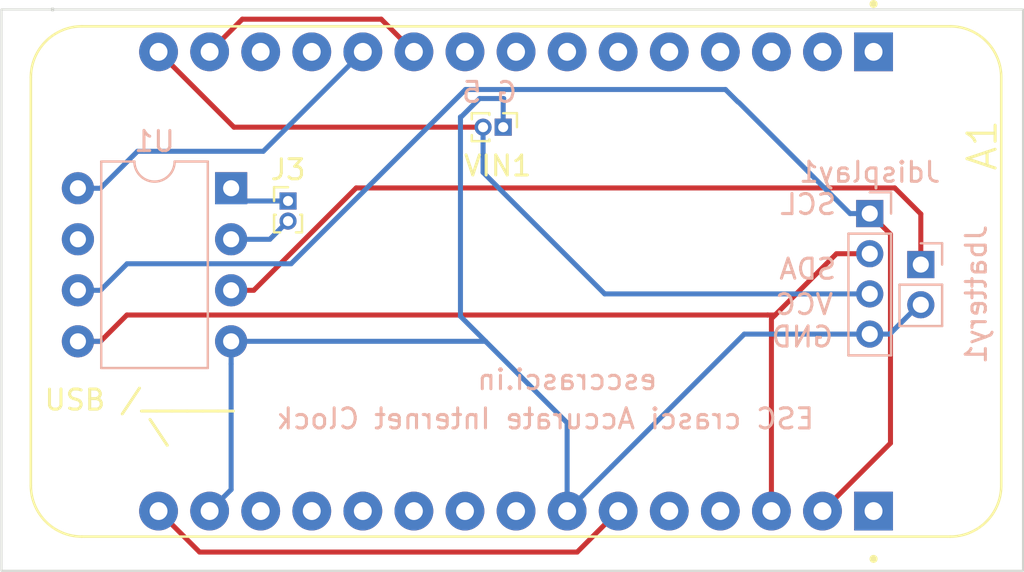
<source format=kicad_pcb>
(kicad_pcb (version 20221018) (generator pcbnew)
  (layers (0 "F.Cu" signal) (31 "B.Cu" signal) (34 "B.Paste" user) (35 "F.Paste" user) (36 "B.SilkS" user "B.Silkscreen") (37 "F.SilkS" user "F.Silkscreen") (38 "B.Mask" user) (39 "F.Mask" user) (44 "Edge.Cuts" user))
  (net 0 "")
  (net 10 "Net-(A1A-GND-PadJ1_10)")
  (net 11 "Net-(A1A-3V3)")
  (net 16 "gns")
  (net 17 "sda")
  (net 24 "scl")
  (net 27 "vout5")
  (net 28 "Net-(A1B-3V3-PadJ2_15)")
  (net 29 "Net-(Jbattery1-Pin_1)")
  (footprint "NodeMCU:SEEED_113990105" (layer "F.Cu") (at 139.89 79.58 -90)
    (fp_text reference "A1" (at -6.78 -23.185 -90) (layer "F.SilkS") (effects (font (size 1.4 1.4))))
    (fp_text value "NODE MCU " hide)
    (fp_line (start -12.7 21.59) (end -12.7 -21.59) (stroke (width 0.127)) (layer "F.SilkS"))
    (fp_line (start -10.16 -24.13) (end 10.16 -24.13) (stroke (width 0.127)) (layer "F.SilkS"))
    (fp_line (start 10.16 24.13) (end -10.16 24.13) (stroke (width 0.127)) (layer "F.SilkS"))
    (fp_line (start 12.7 -21.59) (end 12.7 21.59) (stroke (width 0.127)) (layer "F.SilkS"))
    (fp_arc (start -12.7 -21.59) (mid -11.956051 -23.386051) (end -10.16 -24.13) (stroke (width 0.127)) (layer "F.SilkS"))
    (fp_arc (start -10.16 24.13) (mid -11.956051 23.386051) (end -12.7 21.59) (stroke (width 0.127)) (layer "F.SilkS"))
    (fp_arc (start 10.16 -24.13) (mid 11.956051 -23.386051) (end 12.7 -21.59) (stroke (width 0.127)) (layer "F.SilkS"))
    (fp_arc (start 12.7 21.59) (mid 11.956051 23.386051) (end 10.16 24.13) (stroke (width 0.127)) (layer "F.SilkS"))
    (fp_circle (center -13.81 -17.78) (end -13.71 -17.78) (stroke (width 0.2)) (fill none) (layer "F.SilkS"))
    (fp_circle (center 13.81 -17.78) (end 13.91 -17.78) (stroke (width 0.2)) (fill none) (layer "F.SilkS"))
    (pad "" np_thru_hole circle (at -10.16 -21.59 270) (size 3.2 3.2) (drill 3.2) (layers "*.Cu" "*.Mask"))
    (pad "" np_thru_hole circle (at -10.16 21.59 270) (size 3.2 3.2) (drill 3.2) (layers "*.Cu" "*.Mask"))
    (pad "" np_thru_hole circle (at 10.16 -21.59 270) (size 3.2 3.2) (drill 3.2) (layers "*.Cu" "*.Mask"))
    (pad "" np_thru_hole circle (at 10.16 21.59 270) (size 3.2 3.2) (drill 3.2) (layers "*.Cu" "*.Mask"))
    (pad "J1_1" thru_hole rect (at -11.43 -17.78 270) (size 1.93 1.93) (drill 0.889) (layers "*.Cu" "*.Mask"))
    (pad "J1_2" thru_hole circle (at -11.43 -15.24 270) (size 1.93 1.93) (drill 0.889) (layers "*.Cu" "*.Mask"))
    (pad "J1_3" thru_hole circle (at -11.43 -12.7 270) (size 1.93 1.93) (drill 0.889) (layers "*.Cu" "*.Mask"))
    (pad "J1_4" thru_hole circle (at -11.43 -10.16 270) (size 1.93 1.93) (drill 0.889) (layers "*.Cu" "*.Mask"))
    (pad "J1_5" thru_hole circle (at -11.43 -7.62 270) (size 1.93 1.93) (drill 0.889) (layers "*.Cu" "*.Mask"))
    (pad "J1_6" thru_hole circle (at -11.43 -5.08 270) (size 1.93 1.93) (drill 0.889) (layers "*.Cu" "*.Mask"))
    (pad "J1_7" thru_hole circle (at -11.43 -2.54 270) (size 1.93 1.93) (drill 0.889) (layers "*.Cu" "*.Mask"))
    (pad "J1_8" thru_hole circle (at -11.43 0 270) (size 1.93 1.93) (drill 0.889) (layers "*.Cu" "*.Mask"))
    (pad "J1_9" thru_hole circle (at -11.43 2.54 270) (size 1.93 1.93) (drill 0.889) (layers "*.Cu" "*.Mask"))
    (pad "J1_10" thru_hole circle (at -11.43 5.08 270) (size 1.93 1.93) (drill 0.889) (layers "*.Cu" "*.Mask") (net 10 "Net-(A1A-GND-PadJ1_10)"))
    (pad "J1_11" thru_hole circle (at -11.43 7.62 270) (size 1.93 1.93) (drill 0.889) (layers "*.Cu" "*.Mask") (net 11 "Net-(A1A-3V3)"))
    (pad "J1_12" thru_hole circle (at -11.43 10.16 270) (size 1.93 1.93) (drill 0.889) (layers "*.Cu" "*.Mask"))
    (pad "J1_13" thru_hole circle (at -11.43 12.7 270) (size 1.93 1.93) (drill 0.889) (layers "*.Cu" "*.Mask"))
    (pad "J1_14" thru_hole circle (at -11.43 15.24 270) (size 1.93 1.93) (drill 0.889) (layers "*.Cu" "*.Mask") (net 10 "Net-(A1A-GND-PadJ1_10)"))
    (pad "J1_15" thru_hole circle (at -11.43 17.78 270) (size 1.93 1.93) (drill 0.889) (layers "*.Cu" "*.Mask") (net 27 "vout5"))
    (pad "J2_1" thru_hole rect (at 11.43 -17.78 270) (size 1.93 1.93) (drill 0.889) (layers "*.Cu" "*.Mask"))
    (pad "J2_2" thru_hole circle (at 11.43 -15.24 270) (size 1.93 1.93) (drill 0.889) (layers "*.Cu" "*.Mask") (net 24 "scl"))
    (pad "J2_3" thru_hole circle (at 11.43 -12.7 270) (size 1.93 1.93) (drill 0.889) (layers "*.Cu" "*.Mask") (net 17 "sda"))
    (pad "J2_4" thru_hole circle (at 11.43 -10.16 270) (size 1.93 1.93) (drill 0.889) (layers "*.Cu" "*.Mask"))
    (pad "J2_5" thru_hole circle (at 11.43 -7.62 270) (size 1.93 1.93) (drill 0.889) (layers "*.Cu" "*.Mask"))
    (pad "J2_6" thru_hole circle (at 11.43 -5.08 270) (size 1.93 1.93) (drill 0.889) (layers "*.Cu" "*.Mask") (net 28 "Net-(A1B-3V3-PadJ2_15)"))
    (pad "J2_7" thru_hole circle (at 11.43 -2.54 270) (size 1.93 1.93) (drill 0.889) (layers "*.Cu" "*.Mask") (net 16 "gns"))
    (pad "J2_8" thru_hole circle (at 11.43 0 270) (size 1.93 1.93) (drill 0.889) (layers "*.Cu" "*.Mask"))
    (pad "J2_9" thru_hole circle (at 11.43 2.54 270) (size 1.93 1.93) (drill 0.889) (layers "*.Cu" "*.Mask"))
    (pad "J2_10" thru_hole circle (at 11.43 5.08 270) (size 1.93 1.93) (drill 0.889) (layers "*.Cu" "*.Mask"))
    (pad "J2_11" thru_hole circle (at 11.43 7.62 270) (size 1.93 1.93) (drill 0.889) (layers "*.Cu" "*.Mask"))
    (pad "J2_12" thru_hole circle (at 11.43 10.16 270) (size 1.93 1.93) (drill 0.889) (layers "*.Cu" "*.Mask"))
    (pad "J2_13" thru_hole circle (at 11.43 12.7 270) (size 1.93 1.93) (drill 0.889) (layers "*.Cu" "*.Mask"))
    (pad "J2_14" thru_hole circle (at 11.43 15.24 270) (size 1.93 1.93) (drill 0.889) (layers "*.Cu" "*.Mask") (net 16 "gns"))
    (pad "J2_15" thru_hole circle (at 11.43 17.78 270) (size 1.93 1.93) (drill 0.889) (layers "*.Cu" "*.Mask") (net 28 "Net-(A1B-3V3-PadJ2_15)"))
  )
  (footprint "Connector_PinHeader_1.00mm:PinHeader_1x02_P1.00mm_Vertical" (layer "F.Cu") (at 139.25 71.9 -90)
    (fp_text reference "VIN1" (at 1.925 0.275) (layer "F.SilkS"))
    (fp_text value "Conn_01x02_Socket" hide)
    (fp_line (start -0.695 -0.685) (end 0 -0.685) (stroke (width 0.12)) (layer "F.SilkS"))
    (fp_line (start -0.695 0) (end -0.695 -0.685) (stroke (width 0.12)) (layer "F.SilkS"))
    (fp_line (start -0.695 0.685) (end -0.695 1.56) (stroke (width 0.12)) (layer "F.SilkS"))
    (fp_line (start -0.695 0.685) (end -0.608276 0.685) (stroke (width 0.12)) (layer "F.SilkS"))
    (fp_line (start -0.695 1.56) (end -0.394493 1.56) (stroke (width 0.12)) (layer "F.SilkS"))
    (fp_line (start 0.394493 1.56) (end 0.695 1.56) (stroke (width 0.12)) (layer "F.SilkS"))
    (fp_line (start 0.608276 0.685) (end 0.695 0.685) (stroke (width 0.12)) (layer "F.SilkS"))
    (fp_line (start 0.695 0.685) (end 0.695 1.56) (stroke (width 0.12)) (layer "F.SilkS"))
    (pad "1" thru_hole rect (at 0 0 270) (size 0.85 0.85) (drill 0.5) (layers "*.Cu" "*.Mask") (net 16 "gns"))
    (pad "2" thru_hole oval (at 0 1 270) (size 0.85 0.85) (drill 0.5) (layers "*.Cu" "*.Mask") (net 27 "vout5"))
  )
  (footprint "Connector_PinHeader_1.00mm:PinHeader_1x02_P1.00mm_Vertical" (layer "F.Cu") (at 128.55 75.575)
    (fp_text reference "J3" (at 0 -1.56) (layer "F.SilkS"))
    (fp_text value "Conn_01x02_Socket" hide)
    (fp_line (start -0.695 -0.685) (end 0 -0.685) (stroke (width 0.12)) (layer "F.SilkS"))
    (fp_line (start -0.695 0) (end -0.695 -0.685) (stroke (width 0.12)) (layer "F.SilkS"))
    (fp_line (start -0.695 0.685) (end -0.695 1.56) (stroke (width 0.12)) (layer "F.SilkS"))
    (fp_line (start -0.695 0.685) (end -0.608276 0.685) (stroke (width 0.12)) (layer "F.SilkS"))
    (fp_line (start -0.695 1.56) (end -0.394493 1.56) (stroke (width 0.12)) (layer "F.SilkS"))
    (fp_line (start 0.394493 1.56) (end 0.695 1.56) (stroke (width 0.12)) (layer "F.SilkS"))
    (fp_line (start 0.608276 0.685) (end 0.695 0.685) (stroke (width 0.12)) (layer "F.SilkS"))
    (fp_line (start 0.695 0.685) (end 0.695 1.56) (stroke (width 0.12)) (layer "F.SilkS"))
    (pad "1" thru_hole rect (at 0 0) (size 0.85 0.85) (drill 0.5) (layers "*.Cu" "*.Mask"))
    (pad "2" thru_hole oval (at 0 1) (size 0.85 0.85) (drill 0.5) (layers "*.Cu" "*.Mask"))
  )
  (footprint "Package_DIP:DIP-8_W7.62mm" (layer "B.Cu") (at 125.72 74.94 180)
    (fp_text reference "U1" (at 3.81 2.33) (layer "B.SilkS") (effects (justify mirror)))
    (fp_text value "DS1307+")
    (fp_line (start 1.16 -8.95) (end 6.46 -8.95) (stroke (width 0.12)) (layer "B.SilkS"))
    (fp_line (start 1.16 1.33) (end 1.16 -8.95) (stroke (width 0.12)) (layer "B.SilkS"))
    (fp_line (start 2.81 1.33) (end 1.16 1.33) (stroke (width 0.12)) (layer "B.SilkS"))
    (fp_line (start 6.46 -8.95) (end 6.46 1.33) (stroke (width 0.12)) (layer "B.SilkS"))
    (fp_line (start 6.46 1.33) (end 4.81 1.33) (stroke (width 0.12)) (layer "B.SilkS"))
    (fp_arc (start 2.81 1.33) (mid 3.81 0.33) (end 4.81 1.33) (stroke (width 0.12)) (layer "B.SilkS"))
    (pad "1" thru_hole rect (at 0 0 180) (size 1.6 1.6) (drill 0.8) (layers "*.Cu" "*.Mask"))
    (pad "2" thru_hole oval (at 0 -2.54 180) (size 1.6 1.6) (drill 0.8) (layers "*.Cu" "*.Mask"))
    (pad "3" thru_hole oval (at 0 -5.08 180) (size 1.6 1.6) (drill 0.8) (layers "*.Cu" "*.Mask") (net 29 "Net-(Jbattery1-Pin_1)"))
    (pad "4" thru_hole oval (at 0 -7.62 180) (size 1.6 1.6) (drill 0.8) (layers "*.Cu" "*.Mask") (net 16 "gns"))
    (pad "5" thru_hole oval (at 7.62 -7.62 180) (size 1.6 1.6) (drill 0.8) (layers "*.Cu" "*.Mask") (net 17 "sda"))
    (pad "6" thru_hole oval (at 7.62 -5.08 180) (size 1.6 1.6) (drill 0.8) (layers "*.Cu" "*.Mask") (net 24 "scl"))
    (pad "7" thru_hole oval (at 7.62 -2.54 180) (size 1.6 1.6) (drill 0.8) (layers "*.Cu" "*.Mask"))
    (pad "8" thru_hole oval (at 7.62 0 180) (size 1.6 1.6) (drill 0.8) (layers "*.Cu" "*.Mask") (net 11 "Net-(A1A-3V3)"))
  )
  (footprint "Connector_PinHeader_2.00mm:PinHeader_1x02_P2.00mm_Vertical" (layer "B.Cu") (at 160.02 78.74 180)
    (fp_text reference "Jbattery1" (at -2.755 -1.485 270) (layer "B.SilkS") (effects (justify mirror)))
    (fp_text value "Conn_01x02_Socket" hide)
    (fp_line (start -1.06 -3.06) (end 1.06 -3.06) (stroke (width 0.12)) (layer "B.SilkS"))
    (fp_line (start -1.06 -1) (end -1.06 -3.06) (stroke (width 0.12)) (layer "B.SilkS"))
    (fp_line (start -1.06 -1) (end 1.06 -1) (stroke (width 0.12)) (layer "B.SilkS"))
    (fp_line (start -1.06 0) (end -1.06 1.06) (stroke (width 0.12)) (layer "B.SilkS"))
    (fp_line (start -1.06 1.06) (end 0 1.06) (stroke (width 0.12)) (layer "B.SilkS"))
    (fp_line (start 1.06 -1) (end 1.06 -3.06) (stroke (width 0.12)) (layer "B.SilkS"))
    (pad "1" thru_hole rect (at 0 0 180) (size 1.35 1.35) (drill 0.8) (layers "*.Cu" "*.Mask") (net 29 "Net-(Jbattery1-Pin_1)"))
    (pad "2" thru_hole oval (at 0 -2 180) (size 1.35 1.35) (drill 0.8) (layers "*.Cu" "*.Mask") (net 16 "gns"))
  )
  (footprint "Connector_PinHeader_2.00mm:PinHeader_1x04_P2.00mm_Vertical" (layer "B.Cu") (at 157.48 76.2 180)
    (fp_text reference "Jdisplay1" (at 0 2.06) (layer "B.SilkS") (effects (justify mirror)))
    (fp_text value "Conn_01x04_Socket" hide)
    (fp_line (start -1.06 -7.06) (end 1.06 -7.06) (stroke (width 0.12)) (layer "B.SilkS"))
    (fp_line (start -1.06 -1) (end -1.06 -7.06) (stroke (width 0.12)) (layer "B.SilkS"))
    (fp_line (start -1.06 -1) (end 1.06 -1) (stroke (width 0.12)) (layer "B.SilkS"))
    (fp_line (start -1.06 0) (end -1.06 1.06) (stroke (width 0.12)) (layer "B.SilkS"))
    (fp_line (start -1.06 1.06) (end 0 1.06) (stroke (width 0.12)) (layer "B.SilkS"))
    (fp_line (start 1.06 -1) (end 1.06 -7.06) (stroke (width 0.12)) (layer "B.SilkS"))
    (pad "1" thru_hole rect (at 0 0 180) (size 1.35 1.35) (drill 0.8) (layers "*.Cu" "*.Mask") (net 24 "scl"))
    (pad "2" thru_hole oval (at 0 -2 180) (size 1.35 1.35) (drill 0.8) (layers "*.Cu" "*.Mask") (net 17 "sda"))
    (pad "3" thru_hole oval (at 0 -4 180) (size 1.35 1.35) (drill 0.8) (layers "*.Cu" "*.Mask") (net 27 "vout5"))
    (pad "4" thru_hole oval (at 0 -6 180) (size 1.35 1.35) (drill 0.8) (layers "*.Cu" "*.Mask") (net 16 "gns"))
  )
  (gr_circle (center 116.84 66.04) (end 116.84 66.04) (stroke (width 0.1)) (fill none) (layer "Edge.Cuts"))
  (gr_rect (start 114.3 66.04) (end 165.1 93.98) (stroke (width 0.1)) (fill none) (layer "Edge.Cuts"))
  (gr_circle (center 116.84 66.04) (end 116.84 66.04) (stroke (width 0.1)) (fill none) (layer "Edge.Cuts"))
  (gr_text "ESC crasci Accurate Internet Clock" (at 154.8 87) (layer "B.SilkS") (effects (font (size 1 1)) (justify left bottom mirror)))
  (gr_text "SCL\n\nSDA" (at 155.9 79.55) (layer "B.SilkS") (effects (font (size 1 1)) (justify left bottom mirror)))
  (gr_text "esccrasci.in" (at 146.975 85.05) (layer "B.SilkS") (effects (font (size 1 1)) (justify left bottom mirror)))
  (gr_text "VCC\nGND\n" (at 155.75 82.925) (layer "B.SilkS") (effects (font (size 1 1)) (justify left bottom mirror)))
  (gr_text "G 5" (at 140.025 70.75) (layer "B.SilkS") (effects (font (size 1 1)) (justify left bottom mirror)))
  (gr_text "USB /______\n       \\" (at 116.35 87.675) (layer "F.SilkS") (effects (font (size 1 1)) (justify left bottom)))
  (segment (start 126.355 75.575) (end 125.72 74.94) (width 0.25) (layer "B.Cu") (net 0))
  (segment (start 125.72 77.48) (end 127.645 77.48) (width 0.25) (layer "B.Cu") (net 0))
  (segment (start 128.55 75.575) (end 126.355 75.575) (width 0.25) (layer "B.Cu") (net 0))
  (segment (start 127.645 77.48) (end 128.55 76.575) (width 0.25) (layer "B.Cu") (net 0))
  (segment (start 133.185 66.525) (end 126.275 66.525) (width 0.25) (layer "F.Cu") (net 10))
  (segment (start 134.81 68.15) (end 133.185 66.525) (width 0.25) (layer "F.Cu") (net 10))
  (segment (start 126.275 66.525) (end 124.65 68.15) (width 0.25) (layer "F.Cu") (net 10))
  (segment (start 118.1 74.94) (end 118.36 74.94) (width 0.25) (layer "F.Cu") (net 11))
  (segment (start 127.32 73.1) (end 132.27 68.15) (width 0.25) (layer "B.Cu") (net 11))
  (segment (start 119.2251 74.94) (end 121.0651 73.1) (width 0.25) (layer "B.Cu") (net 11))
  (segment (start 118.1 74.94) (end 119.2251 74.94) (width 0.25) (layer "B.Cu") (net 11))
  (segment (start 121.0651 73.1) (end 127.32 73.1) (width 0.25) (layer "B.Cu") (net 11))
  (segment (start 139.25 70.5) (end 139.25 71.9) (width 0.25) (layer "B.Cu") (net 16))
  (segment (start 157.48 82.2) (end 151.24 82.2) (width 0.25) (layer "B.Cu") (net 16))
  (segment (start 142.43 91.01) (end 142.43 86.6182) (width 0.25) (layer "B.Cu") (net 16))
  (segment (start 124.46 91.4098) (end 124.46 91.44) (width 0.25) (layer "B.Cu") (net 16))
  (segment (start 138.3718 82.56) (end 137.125 81.3132) (width 0.25) (layer "B.Cu") (net 16))
  (segment (start 124.65 91.01) (end 125.72 89.94) (width 0.25) (layer "B.Cu") (net 16))
  (segment (start 137.15 71.4) (end 138.075 70.475) (width 0.25) (layer "B.Cu") (net 16))
  (segment (start 142.43 86.6182) (end 138.3718 82.56) (width 0.25) (layer "B.Cu") (net 16))
  (segment (start 151.24 82.2) (end 144.6259 88.8141) (width 0.25) (layer "B.Cu") (net 16))
  (segment (start 124.46 91.2) (end 124.65 91.01) (width 0.25) (layer "B.Cu") (net 16))
  (segment (start 144.6259 88.8141) (end 142.43 91.01) (width 0.25) (layer "B.Cu") (net 16))
  (segment (start 160.02 80.74) (end 159.935 80.74) (width 0.25) (layer "B.Cu") (net 16))
  (segment (start 138.3718 82.56) (end 125.72 82.56) (width 0.25) (layer "B.Cu") (net 16))
  (segment (start 125.72 82.56) (end 125.72 83.6851) (width 0.25) (layer "B.Cu") (net 16))
  (segment (start 139.275 70.475) (end 139.25 70.5) (width 0.25) (layer "B.Cu") (net 16))
  (segment (start 138.075 70.475) (end 139.275 70.475) (width 0.25) (layer "B.Cu") (net 16))
  (segment (start 158.475 82.2) (end 157.48 82.2) (width 0.25) (layer "B.Cu") (net 16))
  (segment (start 137.125 71.3914) (end 137.1332 71.3832) (width 0.25) (layer "B.Cu") (net 16))
  (segment (start 124.46 91.4098) (end 124.46 91.2) (width 0.25) (layer "B.Cu") (net 16))
  (segment (start 125.72 89.94) (end 125.72 83.6851) (width 0.25) (layer "B.Cu") (net 16))
  (segment (start 159.935 80.74) (end 158.475 82.2) (width 0.25) (layer "B.Cu") (net 16))
  (segment (start 137.125 81.3132) (end 137.125 71.3914) (width 0.25) (layer "B.Cu") (net 16))
  (segment (start 152.4051 81.25) (end 152.7749 81.25) (width 0.25) (layer "F.Cu") (net 17))
  (segment (start 152.7749 81.25) (end 152.59 81.4349) (width 0.25) (layer "F.Cu") (net 17))
  (segment (start 152.59 81.4349) (end 152.59 91.01) (width 0.25) (layer "F.Cu") (net 17))
  (segment (start 155.8249 78.2) (end 157.48 78.2) (width 0.25) (layer "F.Cu") (net 17))
  (segment (start 118.1 82.56) (end 119.2251 82.56) (width 0.25) (layer "F.Cu") (net 17))
  (segment (start 120.5351 81.25) (end 152.4051 81.25) (width 0.25) (layer "F.Cu") (net 17))
  (segment (start 152.7749 81.25) (end 155.8249 78.2) (width 0.25) (layer "F.Cu") (net 17))
  (segment (start 119.2251 82.56) (end 120.5351 81.25) (width 0.25) (layer "F.Cu") (net 17))
  (segment (start 118.1 82.56) (end 119.225 82.56) (width 0.25) (layer "B.Cu") (net 17))
  (segment (start 157.48 76.2) (end 158.5116 77.2316) (width 0.25) (layer "F.Cu") (net 24))
  (segment (start 158.5116 77.2316) (end 158.5116 87.6284) (width 0.25) (layer "F.Cu") (net 24))
  (segment (start 158.5116 87.6284) (end 155.13 91.01) (width 0.25) (layer "F.Cu") (net 24))
  (segment (start 119.225 80.02) (end 120.545 78.7) (width 0.25) (layer "B.Cu") (net 24))
  (segment (start 156.5 76.2) (end 157.5001 76.2) (width 0.25) (layer "B.Cu") (net 24))
  (segment (start 150.3049 70.025) (end 150.9246 70.6447) (width 0.25) (layer "B.Cu") (net 24))
  (segment (start 150.9697 70.6697) (end 156.5 76.2) (width 0.25) (layer "B.Cu") (net 24))
  (segment (start 137.3766 70.025) (end 150.3049 70.025) (width 0.25) (layer "B.Cu") (net 24))
  (segment (start 128.7016 78.7) (end 137.3766 70.025) (width 0.25) (layer "B.Cu") (net 24))
  (segment (start 118.1 80.02) (end 119.225 80.02) (width 0.25) (layer "B.Cu") (net 24))
  (segment (start 120.545 78.7) (end 128.7016 78.7) (width 0.25) (layer "B.Cu") (net 24))
  (segment (start 157.5001 76.2) (end 157.5251 76.225) (width 0.25) (layer "B.Cu") (net 24))
  (segment (start 125.86 71.9) (end 138.25 71.9) (width 0.25) (layer "F.Cu") (net 27))
  (segment (start 122.11 68.15) (end 125.86 71.9) (width 0.25) (layer "F.Cu") (net 27))
  (segment (start 138.25 74.15) (end 138.25 71.9) (width 0.25) (layer "B.Cu") (net 27))
  (segment (start 157.48 80.2) (end 144.3 80.2) (width 0.25) (layer "B.Cu") (net 27))
  (segment (start 144.3 80.2) (end 138.25 74.15) (width 0.25) (layer "B.Cu") (net 27))
  (segment (start 142.93 93.05) (end 124.15 93.05) (width 0.25) (layer "F.Cu") (net 28))
  (segment (start 144.97 91.01) (end 142.93 93.05) (width 0.25) (layer "F.Cu") (net 28))
  (segment (start 124.15 93.05) (end 122.11 91.01) (width 0.25) (layer "F.Cu") (net 28))
  (segment (start 125.72 80.02) (end 126.845 80.02) (width 0.25) (layer "F.Cu") (net 29))
  (segment (start 158.725 74.925) (end 160.02 76.22) (width 0.25) (layer "F.Cu") (net 29))
  (segment (start 126.845 80.02) (end 131.94 74.925) (width 0.25) (layer "F.Cu") (net 29))
  (segment (start 160.02 76.22) (end 160.02 78.74) (width 0.25) (layer "F.Cu") (net 29))
  (segment (start 131.94 74.925) (end 158.725 74.925) (width 0.25) (layer "F.Cu") (net 29))
)
</source>
